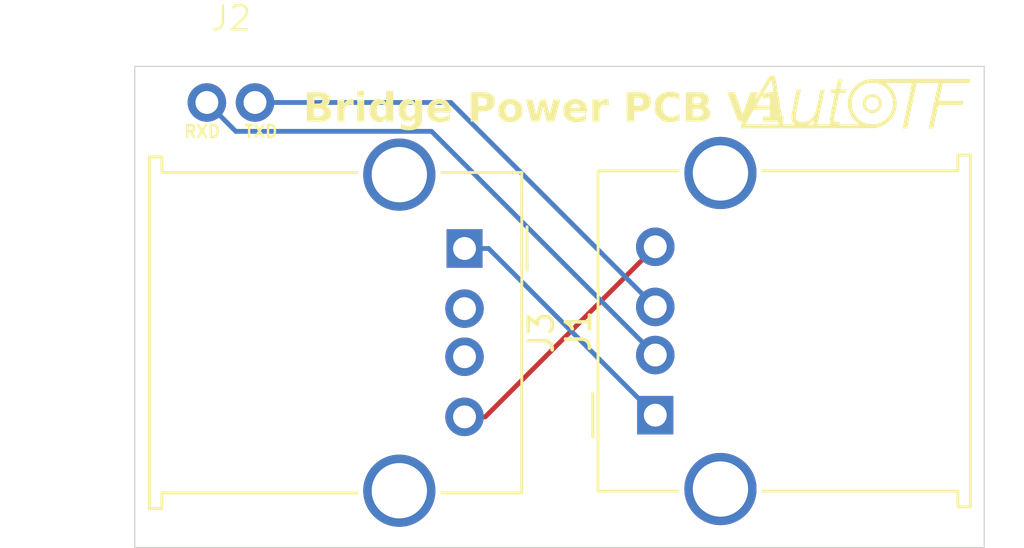
<source format=kicad_pcb>
(kicad_pcb (version 20240108) (generator "pcbnew") (generator_version "8.0")
  (layers (0 "F.Cu" signal) (31 "B.Cu" signal) (34 "B.Paste" user) (35 "F.Paste" user) (36 "B.SilkS" user "B.Silkscreen") (37 "F.SilkS" user "F.Silkscreen") (38 "B.Mask" user) (39 "F.Mask" user) (44 "Edge.Cuts" user))
  (net 0 "")
  (net 2 "Net-(J1-VBUS)")
  (net 3 "Net-(J1-D-)")
  (net 4 "Net-(J1-GND)")
  (net 5 "Net-(J1-D+)")
  (footprint "Connector_USB:USB_A_Molex_67643_Horizontal" (layer "F.Cu") (at 143.71 90.57 -90)
    (property "Reference" "J3" (at 3.5 -3.19 -90) (layer "F.SilkS"))
    (property "Value" "USB_A")
    (fp_line (start -3.81 13.1) (end 10.81 13.1) (stroke (width 0.12)) (layer "F.SilkS"))
    (fp_line (start 10.81 13.1) (end 10.81 12.58) (stroke (width 0.12)) (layer "F.SilkS"))
    (fp_line (start -3.81 12.58) (end -3.81 13.1) (stroke (width 0.12)) (layer "F.SilkS"))
    (fp_line (start -3.16 12.58) (end -3.81 12.58) (stroke (width 0.12)) (layer "F.SilkS"))
    (fp_line (start -3.16 12.58) (end -3.16 4.47) (stroke (width 0.12)) (layer "F.SilkS"))
    (fp_line (start 10.81 12.58) (end 10.16 12.58) (stroke (width 0.12)) (layer "F.SilkS"))
    (fp_line (start 10.16 4.47) (end 10.16 12.58) (stroke (width 0.12)) (layer "F.SilkS"))
    (fp_line (start -3.16 -2.38) (end -3.16 0.95) (stroke (width 0.12)) (layer "F.SilkS"))
    (fp_line (start -3.16 -2.38) (end 10.16 -2.38) (stroke (width 0.12)) (layer "F.SilkS"))
    (fp_line (start 10.16 -2.38) (end 10.16 0.95) (stroke (width 0.12)) (layer "F.SilkS"))
    (fp_line (start -0.9 -2.6) (end 0.9 -2.6) (stroke (width 0.12)) (layer "F.SilkS"))
    (pad "1" thru_hole rect (at 0 0 270) (size 1.6 1.5) (drill 0.95) (layers "*.Cu" "*.Mask") (net 2 "Net-(J1-VBUS)"))
    (pad "2" thru_hole circle (at 2.5 0 270) (size 1.6 1.6) (drill 0.95) (layers "*.Cu" "*.Mask"))
    (pad "3" thru_hole circle (at 4.5 0 270) (size 1.6 1.6) (drill 0.95) (layers "*.Cu" "*.Mask"))
    (pad "4" thru_hole circle (at 7 0 270) (size 1.6 1.6) (drill 0.95) (layers "*.Cu" "*.Mask") (net 4 "Net-(J1-GND)"))
    (pad "5" thru_hole circle (at -3.07 2.71 270) (size 3 3) (drill 2.3) (layers "*.Cu" "*.Mask"))
    (pad "5" thru_hole circle (at 10.07 2.71 270) (size 3 3) (drill 2.3) (layers "*.Cu" "*.Mask"))
  )
  (footprint "LOGO" (layer "F.Cu") (at 160 84.5)
    (property "Reference" "G***" (hide yes))
    (property "Value" "LOGO" (hide yes))
    (fp_poly (pts (xy 0.766676 -0.34099) (xy 0.844143 -0.311105) (xy 0.858772 -0.303306) (xy 0.922561 -0.25784) (xy 0.976169 -0.19993) (xy 1.018095 -0.132655) (xy 1.046838 -0.059096) (xy 1.060898 0.017669) (xy 1.058774 0.09456) (xy 1.057296 0.104025) (xy 1.034185 0.18852) (xy 0.996009 0.263923) (xy 0.944 0.328769) (xy 0.879388 0.381597) (xy 0.803404 0.420942) (xy 0.784928 0.427766) (xy 0.731875 0.440095) (xy 0.670596 0.445116) (xy 0.608669 0.442788) (xy 0.553672 0.433069) (xy 0.54079 0.429102) (xy 0.462316 0.393266) (xy 0.395386 0.345146) (xy 0.340873 0.286733) (xy 0.299648 0.220017) (xy 0.272581 0.146989) (xy 0.260545 0.06964) (xy 0.26157 0.048505) (xy 0.387302 0.048505) (xy 0.393904 0.109473) (xy 0.411188 0.163888) (xy 0.41295 0.167594) (xy 0.443571 0.21528) (xy 0.484485 0.258115) (xy 0.530364 0.291078) (xy 0.557492 0.303822) (xy 0.597736 0.312999) (xy 0.647426 0.316224) (xy 0.699895 0.313822) (xy 0.748477 0.306117) (xy 0.786505 0.293432) (xy 0.788124 0.292614) (xy 0.839241 0.257197) (xy 0.883653 0.209187) (xy 0.911092 0.164794) (xy 0.926085 0.119087) (xy 0.932866 0.064144) (xy 0.931435 0.00694) (xy 0.921789 -0.04555) (xy 0.911122 -0.073822) (xy 0.872522 -0.133291) (xy 0.822838 -0.178669) (xy 0.763267 -0.209272) (xy 0.695009 -0.224415) (xy 0.645454 -0.225593) (xy 0.573796 -0.214147) (xy 0.511708 -0.187479) (xy 0.459999 -0.146133) (xy 0.419476 -0.090652) (xy 0.40687 -0.065279) (xy 0.391563 -0.012062) (xy 0.387302 0.048505) (xy 0.26157 0.048505) (xy 0.264411 -0.01004) (xy 0.28505 -0.090061) (xy 0.29894 -0.123314) (xy 0.341899 -0.195043) (xy 0.396591 -0.254443) (xy 0.460749 -0.300785) (xy 0.532104 -0.33334) (xy 0.608389 -0.351378) (xy 0.687336 -0.354171)) (fill solid) (layer "F.SilkS"))
    (fp_poly (pts (xy -3.415227 -1.117096) (xy -3.395756 -1.115592) (xy -3.38504 -1.112123) (xy -3.379939 -1.106194) (xy -3.377473 -1.098005) (xy -3.375341 -1.086404) (xy -3.370399 -1.058057) (xy -3.362849 -1.01415) (xy -3.352892 -0.955868) (xy -3.340727 -0.884397) (xy -3.326558 -0.800921) (xy -3.310583 -0.706626) (xy -3.293005 -0.602698) (xy -3.274025 -0.490321) (xy -3.253842 -0.370681) (xy -3.232659 -0.244963) (xy -3.210676 -0.114353) (xy -3.209027 -0.104545) (xy -3.186995 0.026372) (xy -3.16575 0.152481) (xy -3.145493 0.272595) (xy -3.126425 0.38553) (xy -3.108746 0.490101) (xy -3.092658 0.585123) (xy -3.078361 0.669411) (xy -3.066056 0.741782) (xy -3.055944 0.801048) (xy -3.048225 0.846027) (xy -3.0431 0.875532) (xy -3.040771 0.888379) (xy -3.040715 0.888636) (xy -3.036018 0.909091) (xy -2.799801 0.909091) (xy -2.563584 0.909091) (xy -1.985378 0.909091) (xy -1.889692 0.909091) (xy -1.794006 0.909091) (xy -1.778821 0.838429) (xy -1.771634 0.80357) (xy -1.766284 0.77493) (xy -1.763729 0.757707) (xy -1.763637 0.755981) (xy -1.770026 0.756188) (xy -1.787206 0.766348) (xy -1.812199 0.784546) (xy -1.829546 0.798395) (xy -1.8651 0.82664) (xy -1.901701 0.854098) (xy -1.932911 0.875982) (xy -1.940417 0.880842) (xy -1.985378 0.909091) (xy -2.563584 0.909091) (xy -2.599886 0.876294) (xy -2.623073 0.850495) (xy -2.647411 0.815863) (xy -2.66546 0.784038) (xy -2.680362 0.751217) (xy -2.689703 0.722098) (xy -2.695087 0.689695) (xy -2.698112 0.647025) (xy -2.698421 0.640255) (xy -2.698913 0.593283) (xy -2.696915 0.544203) (xy -2.692848 0.502036) (xy -2.691599 0.493876) (xy -2.687237 0.470127) (xy -2.679835 0.432138) (xy -2.669794 0.381841) (xy -2.657518 0.321165) (xy -2.643409 0.252042) (xy -2.62787 0.176402) (xy -2.611304 0.096175) (xy -2.594112 0.013294) (xy -2.576698 -0.070313) (xy -2.559465 -0.152713) (xy -2.542814 -0.231976) (xy -2.527149 -0.306172) (xy -2.512872 -0.37337) (xy -2.500387 -0.431638) (xy -2.490094 -0.479047) (xy -2.482398 -0.513666) (xy -2.477701 -0.533563) (xy -2.476488 -0.537634) (xy -2.465585 -0.541797) (xy -2.442252 -0.544418) (xy -2.411364 -0.545561) (xy -2.377795 -0.545294) (xy -2.34642 -0.543683) (xy -2.322114 -0.540793) (xy -2.30975 -0.53669) (xy -2.309091 -0.535369) (xy -2.310919 -0.524797) (xy -2.31617 -0.498107) (xy -2.324502 -0.456968) (xy -2.335568 -0.40305) (xy -2.349025 -0.338021) (xy -2.364527 -0.26355) (xy -2.38173 -0.181307) (xy -2.400288 -0.092961) (xy -2.410029 -0.046733) (xy -2.436463 0.079496) (xy -2.458958 0.189383) (xy -2.477639 0.28431) (xy -2.492631 0.365659) (xy -2.504059 0.434809) (xy -2.512048 0.493142) (xy -2.516724 0.542038) (xy -2.518211 0.582879) (xy -2.516634 0.617046) (xy -2.512119 0.645919) (xy -2.504789 0.670879) (xy -2.494772 0.693307) (xy -2.48219 0.714584) (xy -2.479349 0.718865) (xy -2.443429 0.75784) (xy -2.396019 0.788422) (xy -2.364706 0.800865) (xy -2.328455 0.80844) (xy -2.280544 0.813561) (xy -2.227359 0.816008) (xy -2.175284 0.815562) (xy -2.130705 0.812004) (xy -2.115272 0.809431) (xy -2.033284 0.783331) (xy -1.955593 0.740764) (xy -1.883493 0.683191) (xy -1.818276 0.612077) (xy -1.761234 0.528885) (xy -1.71366 0.435079) (xy -1.676846 0.332121) (xy -1.669328 0.304545) (xy -1.664499 0.284102) (xy -1.656416 0.248017) (xy -1.645543 0.198444) (xy -1.632347 0.137538) (xy -1.617292 0.067454) (xy -1.600846 -0.009654) (xy -1.583473 -0.091631) (xy -1.573499 -0.138923) (xy -1.556229 -0.220587) (xy -1.539953 -0.296823) (xy -1.525078 -0.365774) (xy -1.512014 -0.425584) (xy -1.501166 -0.474395) (xy -1.492944 -0.510349) (xy -1.487755 -0.53159) (xy -1.486187 -0.53665) (xy -1.475643 -0.540433) (xy -1.452553 -0.543174) (xy -1.421777 -0.544824) (xy -1.388177 -0.545336) (xy -1.356613 -0.544662) (xy -1.331946 -0.542753) (xy -1.319037 -0.539564) (xy -1.318182 -0.538301) (xy -1.320008 -0.528482) (xy -1.325295 -0.502238) (xy -1.33376 -0.460933) (xy -1.345119 -0.405934) (xy -1.359088 -0.338607) (xy -1.375382 -0.260317) (xy -1.393718 -0.172431) (xy -1.413812 -0.076315) (xy -1.43538 0.026667) (xy -1.458138 0.135148) (xy -1.464192 0.163971) (xy -1.487341 0.274191) (xy -1.50949 0.379656) (xy -1.53034 0.478956) (xy -1.549596 0.570675) (xy -1.566961 0.653402) (xy -1.582138 0.725724) (xy -1.594831 0.786228) (xy -1.604744 0.833501) (xy -1.611579 0.86613) (xy -1.615041 0.882702) (xy -1.615328 0.884091) (xy -1.620455 0.909091) (xy -1.356146 0.909091) (xy -1.091837 0.909091) (xy -1.106151 0.875) (xy -1.111443 0.859435) (xy -1.114976 0.840971) (xy -1.116558 0.81832) (xy -1.115995 0.790193) (xy -1.113094 0.755302) (xy -1.107662 0.712359) (xy -1.099505 0.660074) (xy -1.088431 0.597159) (xy -1.074247 0.522326) (xy -1.056758 0.434287) (xy -1.035773 0.331753) (xy -1.011098 0.213434) (xy -0.996789 0.145455) (xy -0.976689 0.049792) (xy -0.957864 -0.040571) (xy -0.94063 -0.124068) (xy -0.925303 -0.199135) (xy -0.912198 -0.264205) (xy -0.901629 -0.317713) (xy -0.893913 -0.358093) (xy -0.889365 -0.38378) (xy -0.888281 -0.393182) (xy -0.898344 -0.395999) (xy -0.922622 -0.39825) (xy -0.957151 -0.399659) (xy -0.986901 -0.4) (xy -1.031682 -0.400106) (xy -1.060793 -0.402257) (xy -1.076731 -0.409205) (xy -1.081992 -0.423701) (xy -1.079074 -0.448498) (xy -1.070474 -0.486346) (xy -1.069408 -0.490909) (xy -1.057767 -0.540909) (xy -0.953884 -0.545455) (xy -0.850001 -0.55) (xy -0.807595 -0.745455) (xy -0.795198 -0.802737) (xy -0.784159 -0.854011) (xy -0.775046 -0.896623) (xy -0.768425 -0.927916) (xy -0.764863 -0.945238) (xy -0.764413 -0.947727) (xy -0.755631 -0.950657) (xy -0.732662 -0.952956) (xy -0.699495 -0.954313) (xy -0.6771 -0.954545) (xy -0.637092 -0.954375) (xy -0.612057 -0.953328) (xy -0.598789 -0.950602) (xy -0.594078 -0.945394) (xy -0.594718 -0.936902) (xy -0.595357 -0.934091) (xy -0.60193 -0.904986) (xy -0.610534 -0.865357) (xy -0.620505 -0.81844) (xy -0.631174 -0.767471) (xy -0.641878 -0.715687) (xy -0.651951 -0.666324) (xy -0.660725 -0.622618) (xy -0.667536 -0.587806) (xy -0.671718 -0.565124) (xy -0.672728 -0.558031) (xy -0.669402 -0.55291) (xy -0.657807 -0.54933) (xy -0.635518 -0.547052) (xy -0.600109 -0.54584) (xy -0.549154 -0.545456) (xy -0.54414 -0.545455) (xy -0.415553 -0.545455) (xy -0.420869 -0.488524) (xy -0.423932 -0.454792) (xy -0.427669 -0.430908) (xy -0.434894 -0.415179) (xy -0.448419 -0.405914) (xy -0.471056 -0.401421) (xy -0.505618 -0.400009) (xy -0.554916 -0.399987) (xy -0.568042 -0.4) (xy -0.625354 -0.399437) (xy -0.666197 -0.397657) (xy -0.692252 -0.394522) (xy -0.705199 -0.389894) (xy -0.706475 -0.388636) (xy -0.709868 -0.377875) (xy -0.716464 -0.351189) (xy -0.725865 -0.310476) (xy -0.737675 -0.257632) (xy -0.751496 -0.194554) (xy -0.766932 -0.12314) (xy -0.783583 -0.045287) (xy -0.801054 0.037109) (xy -0.818947 0.12215) (xy -0.836864 0.207939) (xy -0.854409 0.29258) (xy -0.871184 0.374174) (xy -0.886791 0.450825) (xy -0.900834 0.520637) (xy -0.912915 0.581711) (xy -0.922637 0.632151) (xy -0.929602 0.670059) (xy -0.933413 0.69354) (xy -0.933825 0.696919) (xy -0.935707 0.74207) (xy -0.929572 0.773692) (xy -0.914407 0.795035) (xy -0.90032 0.80438) (xy -0.872632 0.812715) (xy -0.833302 0.817106) (xy -0.788477 0.81738) (xy -0.7443 0.813365) (xy -0.722983 0.809376) (xy -0.699471 0.805031) (xy -0.684653 0.804359) (xy -0.682827 0.805052) (xy -0.6821 0.815478) (xy -0.684469 0.838129) (xy -0.687842 0.859095) (xy -0.696904 0.909091) (xy -0.292551 0.909091) (xy 0.111802 0.909091) (xy 0.053628 0.864994) (xy -0.051896 0.774106) (xy -0.142689 0.6729) (xy -0.21829 0.562199) (xy -0.278239 0.442824) (xy -0.322074 0.3156) (xy -0.349334 0.181348) (xy -0.354526 0.136574) (xy -0.356484 0.06827) (xy -0.190416 0.06827) (xy -0.187314 0.140651) (xy -0.180345 0.204454) (xy -0.176622 0.225383) (xy -0.144603 0.337976) (xy -0.096478 0.444911) (xy -0.033873 0.544549) (xy 0.041585 0.635249) (xy 0.12827 0.715371) (xy 0.224555 0.783274) (xy 0.328814 0.837316) (xy 0.439421 0.875859) (xy 0.477272 0.884947) (xy 0.529269 0.89278) (xy 0.593174 0.897489) (xy 0.662985 0.899059) (xy 0.732695 0.897479) (xy 0.796301 0.892736) (xy 0.843565 0.885712) (xy 0.956629 0.853597) (xy 1.063796 0.80541) (xy 1.163474 0.74274) (xy 1.254074 0.667179) (xy 1.334002 0.580318) (xy 1.40167 0.483749) (xy 1.455484 0.379063) (xy 1.493856 0.267851) (xy 1.503817 0.225383) (xy 1.512333 0.16657) (xy 1.516956 0.096604) (xy 1.517686 0.022094) (xy 1.514524 -0.050352) (xy 1.50747 -0.114126) (xy 1.503817 -0.134474) (xy 1.471561 -0.247697) (xy 1.423272 -0.354982) (xy 1.360543 -0.454739) (xy 1.284964 -0.545376) (xy 1.198126 -0.625301) (xy 1.10162 -0.692924) (xy 0.997037 -0.746654) (xy 0.885968 -0.784899) (xy 0.843565 -0.794803) (xy 0.784947 -0.803244) (xy 0.715156 -0.807838) (xy 0.640787 -0.808584) (xy 0.568437 -0.805483) (xy 0.504701 -0.798535) (xy 0.483707 -0.794803) (xy 0.370643 -0.762688) (xy 0.263476 -0.7145) (xy 0.163797 -0.65183) (xy 0.073198 -0.576269) (xy -0.006731 -0.489409) (xy -0.074398 -0.39284) (xy -0.128213 -0.288154) (xy -0.166584 -0.176941) (xy -0.176545 -0.134474) (xy -0.185031 -0.075878) (xy -0.189655 -0.006101) (xy -0.190416 0.06827) (xy -0.356484 0.06827) (xy -0.358335 0.003727) (xy -0.344806 -0.126407) (xy -0.314733 -0.252453) (xy -0.268911 -0.373038) (xy -0.208133 -0.486784) (xy -0.133193 -0.592318) (xy -0.044887 -0.688264) (xy 0.055991 -0.773247) (xy 0.168648 -0.845892) (xy 0.231719 -0.878381) (xy 0.307523 -0.910917) (xy 0.382605 -0.9356) (xy 0.461652 -0.953501) (xy 0.549353 -0.965692) (xy 0.645454 -0.972988) (xy 0.668969 -0.973755) (xy 0.709754 -0.974505) (xy 0.766897 -0.975236) (xy 0.839489 -0.975944) (xy 0.926616 -0.976624) (xy 1.027368 -0.977275) (xy 1.140833 -0.977891) (xy 1.2661 -0.978469) (xy 1.402258 -0.979006) (xy 1.548394 -0.979498) (xy 1.703598 -0.979942) (xy 1.866957 -0.980334) (xy 2.037562 -0.980669) (xy 2.214499 -0.980946) (xy 2.396858 -0.98116) (xy 2.583728 -0.981307) (xy 2.770454 -0.981383) (xy 3.001462 -0.981416) (xy 3.214897 -0.981405) (xy 3.411366 -0.981348) (xy 3.591479 -0.981241) (xy 3.755844 -0.98108) (xy 3.905068 -0.980864) (xy 4.039761 -0.980587) (xy 4.16053 -0.980247) (xy 4.267985 -0.97984) (xy 4.362732 -0.979363) (xy 4.445382 -0.978813) (xy 4.516541 -0.978186) (xy 4.576819 -0.977479) (xy 4.626823 -0.976689) (xy 4.667162 -0.975811) (xy 4.698445 -0.974844) (xy 4.72128 -0.973782) (xy 4.736275 -0.972624) (xy 4.744038 -0.971365) (xy 4.745496 -0.970454) (xy 4.743758 -0.95674) (xy 4.739097 -0.930218) (xy 4.732404 -0.895857) (xy 4.730008 -0.88416) (xy 4.714478 -0.809228) (xy 4.155467 -0.806887) (xy 3.596456 -0.804545) (xy 3.521477 -0.454545) (xy 3.504908 -0.376869) (xy 3.489582 -0.304378) (xy 3.475914 -0.239085) (xy 3.46432 -0.183002) (xy 3.455215 -0.138141) (xy 3.449013 -0.106514) (xy 3.44613 -0.090132) (xy 3.445976 -0.088636) (xy 3.446708 -0.08521) (xy 3.450078 -0.082312) (xy 3.457486 -0.079899) (xy 3.470329 -0.077928) (xy 3.490006 -0.076352) (xy 3.517915 -0.07513) (xy 3.555454 -0.074216) (xy 3.604023 -0.073566) (xy 3.665018 -0.073137) (xy 3.739838 -0.072883) (xy 3.829883 -0.072761) (xy 3.936549 -0.072727) (xy 3.95 -0.072727) (xy 4.043868 -0.072608) (xy 4.13205 -0.072265) (xy 4.212914 -0.071721) (xy 4.284827 -0.070997) (xy 4.346158 -0.070116) (xy 4.395274 -0.0691) (xy 4.430545 -0.06797) (xy 4.450337 -0.06675) (xy 4.454129 -0.065909) (xy 4.452219 -0.054446) (xy 4.447478 -0.029717) (xy 4.440785 0.003746) (xy 4.437836 0.018182) (xy 4.421959 0.095455) (xy 3.913252 0.1) (xy 3.404545 0.104545) (xy 3.312113 0.545455) (xy 3.293514 0.634129) (xy 3.27574 0.71878) (xy 3.259201 0.797461) (xy 3.244307 0.868229) (xy 3.231467 0.929138) (xy 3.221091 0.978242) (xy 3.21359 1.013596) (xy 3.209372 1.033255) (xy 3.209189 1.034091) (xy 3.198696 1.081818) (xy 3.103893 1.081818) (xy 3.059039 1.081244) (xy 3.029907 1.079317) (xy 3.01407 1.075732) (xy 3.009098 1.070184) (xy 3.00909 1.069906) (xy 3.010931 1.059011) (xy 3.016251 1.031776) (xy 3.024746 0.989644) (xy 3.036112 0.93406) (xy 3.050045 0.866467) (xy 3.066241 0.788308) (xy 3.084397 0.701029) (xy 3.104207 0.606071) (xy 3.125368 0.50488) (xy 3.147577 0.398898) (xy 3.170529 0.28957) (xy 3.193919 0.178339) (xy 3.217445 0.066649) (xy 3.240802 -0.044057) (xy 3.263686 -0.152334) (xy 3.285793 -0.256738) (xy 3.30682 -0.355827) (xy 3.326461 -0.448156) (xy 3.344414 -0.532281) (xy 3.360373 -0.60676) (xy 3.374036 -0.670147) (xy 3.385098 -0.721) (xy 3.393256 -0.757874) (xy 3.398204 -0.779327) (xy 3.399469 -0.784091) (xy 3.408145 -0.809091) (xy 2.958618 -0.809091) (xy 2.870134 -0.809046) (xy 2.787414 -0.808919) (xy 2.712189 -0.808717) (xy 2.646191 -0.808449) (xy 2.591152 -0.808124) (xy 2.548804 -0.807751) (xy 2.52088 -0.807339) (xy 2.509111 -0.806896) (xy 2.508842 -0.806818) (xy 2.506974 -0.797802) (xy 2.5016 -0.772157) (xy 2.492966 -0.731045) (xy 2.481315 -0.675626) (xy 2.466893 -0.607064) (xy 2.449943 -0.526519) (xy 2.430711 -0.435153) (xy 2.40944 -0.334129) (xy 2.386376 -0.224607) (xy 2.361762 -0.107749) (xy 2.335844 0.015282) (xy 2.310332 0.136364) (xy 2.112071 1.077273) (xy 2.0204 1.079855) (xy 1.981418 1.080204) (xy 1.949644 1.079077) (xy 1.929179 1.076702) (xy 1.923838 1.074526) (xy 1.925007 1.064731) (xy 1.929708 1.038325) (xy 1.937704 0.996484) (xy 1.948755 0.940383) (xy 1.962621 0.871197) (xy 1.979064 0.790102) (xy 1.997844 0.698273) (xy 2.018722 0.596885) (xy 2.041459 0.487114) (xy 2.065814 0.370134) (xy 2.09155 0.247122) (xy 2.115478 0.13325) (xy 2.142236 0.005927) (xy 2.167834 -0.116357) (xy 2.192033 -0.232432) (xy 2.214594 -0.341127) (xy 2.235276 -0.441272) (xy 2.253842 -0.531699) (xy 2.27005 -0.611236) (xy 2.283662 -0.678715) (xy 2.294439 -0.732965) (xy 2.30214 -0.772816) (xy 2.306527 -0.7971) (xy 2.307446 -0.804675) (xy 2.297779 -0.80546) (xy 2.271531 -0.806125) (xy 2.230304 -0.806663) (xy 2.175699 -0.807067) (xy 2.109318 -0.807332) (xy 2.03276 -0.807449) (xy 1.947628 -0.807414) (xy 1.855523 -0.807219) (xy 1.765634 -0.806891) (xy 1.228384 -0.804545) (xy 1.299005 -0.749034) (xy 1.39658 -0.661207) (xy 1.480209 -0.563028) (xy 1.549635 -0.456105) (xy 1.604605 -0.342049) (xy 1.644862 -0.22247) (xy 1.670153 -0.098978) (xy 1.680221 0.026817) (xy 1.674811 0.153305) (xy 1.653669 0.278877) (xy 1.616539 0.401921) (xy 1.563166 0.520828) (xy 1.513501 0.604545) (xy 1.430559 0.714169) (xy 1.335763 0.810076) (xy 1.229457 0.892032) (xy 1.111985 0.9598) (xy 0.983693 1.013147) (xy 0.863636 1.047624) (xy 0.777272 1.067753) (xy -2.011364 1.070369) (xy -4.800001 1.072985) (xy -4.800001 0.99612) (xy -4.798992 0.960423) (xy -4.796306 0.932083) (xy -4.792449 0.915699) (xy -4.79091 0.913636) (xy -4.786644 0.905688) (xy -4.609091 0.905688) (xy -4.600234 0.906233) (xy -4.574596 0.906751) (xy -4.533578 0.907235) (xy -4.47858 0.907679) (xy -4.411005 0.908074) (xy -4.332253 0.908415) (xy -4.243725 0.908694) (xy -4.146822 0.908904) (xy -4.042944 0.909038) (xy -3.933493 0.909091) (xy -3.922955 0.909091) (xy -3.236819 0.909091) (xy -3.241706 0.884091) (xy -3.244254 0.8691) (xy -3.249142 0.838542) (xy -3.255998 0.794828) (xy -3.264445 0.740369) (xy -3.274108 0.677576) (xy -3.284613 0.608859) (xy -3.28942 0.577273) (xy -3.332247 0.295455) (xy -3.794231 0.295455) (xy -4.256216 0.295455) (xy -4.432653 0.59887) (xy -4.471833 0.666332) (xy -4.507991 0.728754) (xy -4.540139 0.784419) (xy -4.56729 0.83161) (xy -4.588456 0.86861) (xy -4.602651 0.893703) (xy -4.608886 0.90517) (xy -4.609091 0.905688) (xy -4.786644 0.905688) (xy -4.784298 0.901316) (xy -4.781819 0.881913) (xy -4.778315 0.871791) (xy -4.767665 0.850134) (xy -4.749665 0.81659) (xy -4.724108 0.770807) (xy -4.690789 0.712432) (xy -4.649503 0.641111) (xy -4.600043 0.556493) (xy -4.542205 0.458224) (xy -4.475782 0.345951) (xy -4.40057 0.219323) (xy -4.340307 0.118177) (xy -4.145455 0.118177) (xy -4.136743 0.120097) (xy -4.112124 0.121809) (xy -4.073868 0.123308) (xy -4.02425 0.124587) (xy -3.965541 0.125639) (xy -3.900013 0.126457) (xy -3.829941 0.127035) (xy -3.757595 0.127366) (xy -3.685249 0.127443) (xy -3.615175 0.12726) (xy -3.549646 0.12681) (xy -3.490934 0.126086) (xy -3.441311 0.125082) (xy -3.403051 0.123791) (xy -3.378426 0.122206) (xy -3.369748 0.120455) (xy -3.37038 0.110461) (xy -3.373649 0.08414) (xy -3.379313 0.043114) (xy -3.387132 -0.010992) (xy -3.396866 -0.076552) (xy -3.408273 -0.151944) (xy -3.421115 -0.235542) (xy -3.435149 -0.325721) (xy -3.446117 -0.395455) (xy -3.460989 -0.489867) (xy -3.474982 -0.57922) (xy -3.487841 -0.661843) (xy -3.499309 -0.736064) (xy -3.509129 -0.800212) (xy -3.517045 -0.852614) (xy -3.522802 -0.891599) (xy -3.526142 -0.915495) (xy -3.526906 -0.922403) (xy -3.52883 -0.934525) (xy -3.536559 -0.930396) (xy -3.539939 -0.926948) (xy -3.546862 -0.916673) (xy -3.561787 -0.892407) (xy -3.583788 -0.855747) (xy -3.611942 -0.808287) (xy -3.645324 -0.751625) (xy -3.683009 -0.687354) (xy -3.724073 -0.617072) (xy -3.767591 -0.542374) (xy -3.812638 -0.464855) (xy -3.858291 -0.386112) (xy -3.903624 -0.30774) (xy -3.947714 -0.231336) (xy -3.989634 -0.158494) (xy -4.028462 -0.09081) (xy -4.063272 -0.029881) (xy -4.09314 0.022698) (xy -4.117142 0.065332) (xy -4.134352 0.096424) (xy -4.143846 0.114378) (xy -4.145455 0.118177) (xy -4.340307 0.118177) (xy -4.316361 0.077985) (xy -4.222952 -0.078414) (xy -4.192751 -0.128914) (xy -3.603684 -1.113636) (xy -3.492994 -1.116187) (xy -3.446593 -1.11713)) (fill solid) (layer "F.SilkS"))
  )
  (footprint "Connector_USB:USB_A_Molex_67643_Horizontal" (layer "F.Cu") (at 151.64 97.5 90)
    (property "Reference" "J1" (at 3.5 -3.19 90) (layer "F.SilkS"))
    (property "Value" "USB_A")
    (fp_line (start -0.9 -2.6) (end 0.9 -2.6) (stroke (width 0.12)) (layer "F.SilkS"))
    (fp_line (start 10.16 -2.38) (end 10.16 0.95) (stroke (width 0.12)) (layer "F.SilkS"))
    (fp_line (start -3.16 -2.38) (end 10.16 -2.38) (stroke (width 0.12)) (layer "F.SilkS"))
    (fp_line (start -3.16 -2.38) (end -3.16 0.95) (stroke (width 0.12)) (layer "F.SilkS"))
    (fp_line (start 10.16 4.47) (end 10.16 12.58) (stroke (width 0.12)) (layer "F.SilkS"))
    (fp_line (start 10.81 12.58) (end 10.16 12.58) (stroke (width 0.12)) (layer "F.SilkS"))
    (fp_line (start -3.16 12.58) (end -3.16 4.47) (stroke (width 0.12)) (layer "F.SilkS"))
    (fp_line (start -3.16 12.58) (end -3.81 12.58) (stroke (width 0.12)) (layer "F.SilkS"))
    (fp_line (start -3.81 12.58) (end -3.81 13.1) (stroke (width 0.12)) (layer "F.SilkS"))
    (fp_line (start 10.81 13.1) (end 10.81 12.58) (stroke (width 0.12)) (layer "F.SilkS"))
    (fp_line (start -3.81 13.1) (end 10.81 13.1) (stroke (width 0.12)) (layer "F.SilkS"))
    (pad "1" thru_hole rect (at 0 0 90) (size 1.6 1.5) (drill 0.95) (layers "*.Cu" "*.Mask") (net 2 "Net-(J1-VBUS)"))
    (pad "2" thru_hole circle (at 2.5 0 90) (size 1.6 1.6) (drill 0.95) (layers "*.Cu" "*.Mask") (net 3 "Net-(J1-D-)"))
    (pad "3" thru_hole circle (at 4.5 0 90) (size 1.6 1.6) (drill 0.95) (layers "*.Cu" "*.Mask") (net 5 "Net-(J1-D+)"))
    (pad "4" thru_hole circle (at 7 0 90) (size 1.6 1.6) (drill 0.95) (layers "*.Cu" "*.Mask") (net 4 "Net-(J1-GND)"))
    (pad "5" thru_hole circle (at -3.07 2.71 90) (size 3 3) (drill 2.3) (layers "*.Cu" "*.Mask"))
    (pad "5" thru_hole circle (at 10.07 2.71 90) (size 3 3) (drill 2.3) (layers "*.Cu" "*.Mask"))
  )
  (footprint "PowerCableLib:MountingPin" (layer "F.Cu") (at 134 84.5)
    (property "Reference" "J2" (at 0 -3.5 0) (layer "F.SilkS") (effects (font (thickness 0.1))))
    (property "Value" "Conn_01x02_MountingPin")
    (fp_text user "RXD" (at -2 1.5 0) (layer "F.SilkS") (effects (font (size 0.5 0.5) (thickness 0.1)) (justify left bottom)))
    (fp_text user "TXD" (at 0.5 1.5 0) (layer "F.SilkS") (effects (font (size 0.5 0.5) (thickness 0.1)) (justify left bottom)))
    (pad "1" thru_hole circle (at 1 0) (size 1.6 1.6) (drill 0.95) (layers "*.Cu" "*.Mask") (net 5 "Net-(J1-D+)"))
    (pad "2" thru_hole circle (at -1 0) (size 1.6 1.6) (drill 0.95) (layers "*.Cu" "*.Mask") (net 3 "Net-(J1-D-)"))
  )
  (gr_rect (start 130 83) (end 165.316095 103) (stroke (width 0.05)) (fill none) (layer "Edge.Cuts"))
  (gr_text "Bridge Power PCB V1\n" (at 137 85.5 0) (layer "F.SilkS") (effects (font (size 1.2 1.2) (thickness 0.3) (bold yes)) (justify left bottom)))
  (segment (start 143.71 90.57) (end 144.71 90.57) (width 0.2) (layer "B.Cu") (net 2))
  (segment (start 144.71 90.57) (end 151.64 97.5) (width 0.2) (layer "B.Cu") (net 2))
  (segment (start 134.2 85.7) (end 142.34 85.7) (width 0.2) (layer "B.Cu") (net 3))
  (segment (start 142.34 85.7) (end 151.64 95) (width 0.2) (layer "B.Cu") (net 3))
  (segment (start 133 84.5) (end 134.2 85.7) (width 0.2) (layer "B.Cu") (net 3))
  (segment (start 151.64 90.5) (end 144.57 97.57) (width 0.2) (layer "F.Cu") (net 4))
  (segment (start 144.57 97.57) (end 143.71 97.57) (width 0.2) (layer "F.Cu") (net 4))
  (segment (start 143.14 84.5) (end 151.64 93) (width 0.2) (layer "B.Cu") (net 5))
  (segment (start 135 84.5) (end 143.14 84.5) (width 0.2) (layer "B.Cu") (net 5))
)
</source>
